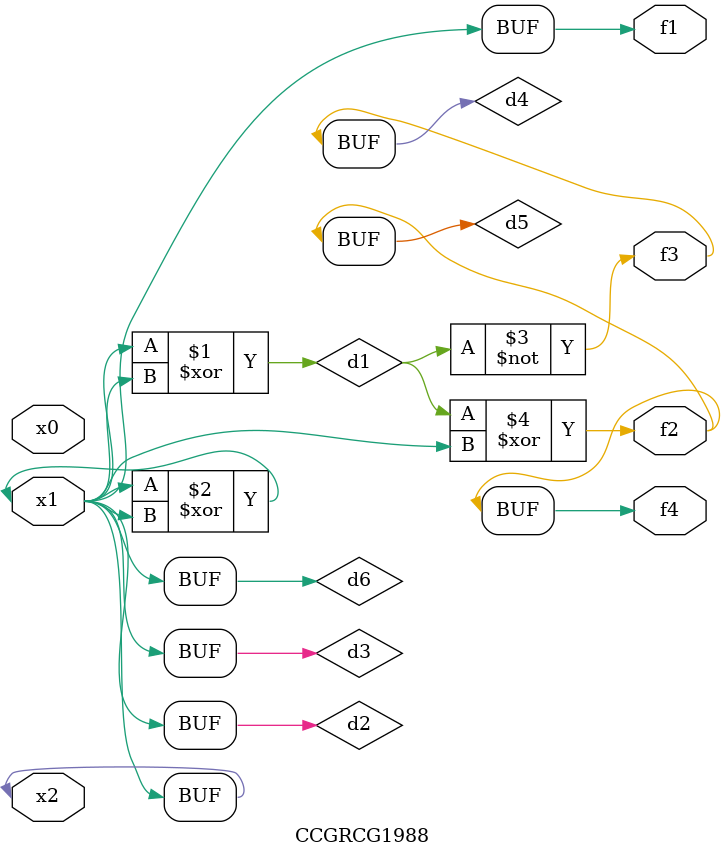
<source format=v>
module CCGRCG1988(
	input x0, x1, x2,
	output f1, f2, f3, f4
);

	wire d1, d2, d3, d4, d5, d6;

	xor (d1, x1, x2);
	buf (d2, x1, x2);
	xor (d3, x1, x2);
	nor (d4, d1);
	xor (d5, d1, d2);
	buf (d6, d2, d3);
	assign f1 = d6;
	assign f2 = d5;
	assign f3 = d4;
	assign f4 = d5;
endmodule

</source>
